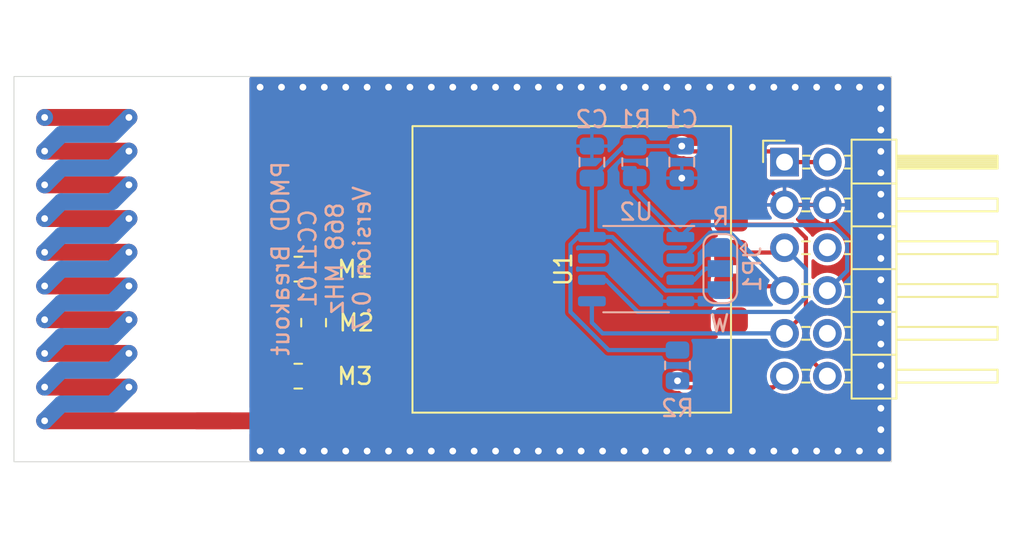
<source format=kicad_pcb>
(kicad_pcb (version 20221018) (generator pcbnew)
  (layers (0 "F.Cu" signal) (31 "B.Cu" signal) (34 "B.Paste" user) (35 "F.Paste" user) (36 "B.SilkS" user "B.Silkscreen") (37 "F.SilkS" user "F.Silkscreen") (38 "B.Mask" user) (39 "F.Mask" user) (44 "Edge.Cuts" user))
  (net 0 "")
  (net 1 "GND")
  (net 2 "INT")
  (net 3 "nRESET")
  (net 4 "nCS")
  (net 5 "SCK")
  (net 6 "MOSI")
  (net 7 "MISO")
  (net 8 "VCC")
  (net 10 "nCS2")
  (net 11 "Net-(AE1-A)")
  (net 13 "Net-(U1-ANT)")
  (net 14 "Net-(JP1-C)")
  (footprint "Connector_PinHeader_2.54mm:PinHeader_2x06_P2.54mm_Horizontal" (layer "F.Cu") (at 149.86 43.18)
    (fp_text reference "J1" hide)
    (fp_text value "Conn_02x06_Odd_Even")
    (fp_line (start -1.27 -1.27) (end 0 -1.27) (stroke (width 0.12)) (layer "F.SilkS"))
    (fp_line (start -1.27 0) (end -1.27 -1.27) (stroke (width 0.12)) (layer "F.SilkS"))
    (fp_line (start 1.042929 2.16) (end 1.497071 2.16) (stroke (width 0.12)) (layer "F.SilkS"))
    (fp_line (start 1.042929 2.92) (end 1.497071 2.92) (stroke (width 0.12)) (layer "F.SilkS"))
    (fp_line (start 1.042929 4.7) (end 1.497071 4.7) (stroke (width 0.12)) (layer "F.SilkS"))
    (fp_line (start 1.042929 5.46) (end 1.497071 5.46) (stroke (width 0.12)) (layer "F.SilkS"))
    (fp_line (start 1.042929 7.24) (end 1.497071 7.24) (stroke (width 0.12)) (layer "F.SilkS"))
    (fp_line (start 1.042929 8) (end 1.497071 8) (stroke (width 0.12)) (layer "F.SilkS"))
    (fp_line (start 1.042929 9.78) (end 1.497071 9.78) (stroke (width 0.12)) (layer "F.SilkS"))
    (fp_line (start 1.042929 10.54) (end 1.497071 10.54) (stroke (width 0.12)) (layer "F.SilkS"))
    (fp_line (start 1.042929 12.32) (end 1.497071 12.32) (stroke (width 0.12)) (layer "F.SilkS"))
    (fp_line (start 1.042929 13.08) (end 1.497071 13.08) (stroke (width 0.12)) (layer "F.SilkS"))
    (fp_line (start 1.11 -0.38) (end 1.497071 -0.38) (stroke (width 0.12)) (layer "F.SilkS"))
    (fp_line (start 1.11 0.38) (end 1.497071 0.38) (stroke (width 0.12)) (layer "F.SilkS"))
    (fp_line (start 3.582929 -0.38) (end 3.98 -0.38) (stroke (width 0.12)) (layer "F.SilkS"))
    (fp_line (start 3.582929 0.38) (end 3.98 0.38) (stroke (width 0.12)) (layer "F.SilkS"))
    (fp_line (start 3.582929 2.16) (end 3.98 2.16) (stroke (width 0.12)) (layer "F.SilkS"))
    (fp_line (start 3.582929 2.92) (end 3.98 2.92) (stroke (width 0.12)) (layer "F.SilkS"))
    (fp_line (start 3.582929 4.7) (end 3.98 4.7) (stroke (width 0.12)) (layer "F.SilkS"))
    (fp_line (start 3.582929 5.46) (end 3.98 5.46) (stroke (width 0.12)) (layer "F.SilkS"))
    (fp_line (start 3.582929 7.24) (end 3.98 7.24) (stroke (width 0.12)) (layer "F.SilkS"))
    (fp_line (start 3.582929 8) (end 3.98 8) (stroke (width 0.12)) (layer "F.SilkS"))
    (fp_line (start 3.582929 9.78) (end 3.98 9.78) (stroke (width 0.12)) (layer "F.SilkS"))
    (fp_line (start 3.582929 10.54) (end 3.98 10.54) (stroke (width 0.12)) (layer "F.SilkS"))
    (fp_line (start 3.582929 12.32) (end 3.98 12.32) (stroke (width 0.12)) (layer "F.SilkS"))
    (fp_line (start 3.582929 13.08) (end 3.98 13.08) (stroke (width 0.12)) (layer "F.SilkS"))
    (fp_line (start 3.98 -1.33) (end 3.98 14.03) (stroke (width 0.12)) (layer "F.SilkS"))
    (fp_line (start 3.98 1.27) (end 6.64 1.27) (stroke (width 0.12)) (layer "F.SilkS"))
    (fp_line (start 3.98 3.81) (end 6.64 3.81) (stroke (width 0.12)) (layer "F.SilkS"))
    (fp_line (start 3.98 6.35) (end 6.64 6.35) (stroke (width 0.12)) (layer "F.SilkS"))
    (fp_line (start 3.98 8.89) (end 6.64 8.89) (stroke (width 0.12)) (layer "F.SilkS"))
    (fp_line (start 3.98 11.43) (end 6.64 11.43) (stroke (width 0.12)) (layer "F.SilkS"))
    (fp_line (start 3.98 14.03) (end 6.64 14.03) (stroke (width 0.12)) (layer "F.SilkS"))
    (fp_line (start 6.64 -1.33) (end 3.98 -1.33) (stroke (width 0.12)) (layer "F.SilkS"))
    (fp_line (start 6.64 -0.38) (end 12.64 -0.38) (stroke (width 0.12)) (layer "F.SilkS"))
    (fp_line (start 6.64 -0.32) (end 12.64 -0.32) (stroke (width 0.12)) (layer "F.SilkS"))
    (fp_line (start 6.64 -0.2) (end 12.64 -0.2) (stroke (width 0.12)) (layer "F.SilkS"))
    (fp_line (start 6.64 -0.08) (end 12.64 -0.08) (stroke (width 0.12)) (layer "F.SilkS"))
    (fp_line (start 6.64 0.04) (end 12.64 0.04) (stroke (width 0.12)) (layer "F.SilkS"))
    (fp_line (start 6.64 0.16) (end 12.64 0.16) (stroke (width 0.12)) (layer "F.SilkS"))
    (fp_line (start 6.64 0.28) (end 12.64 0.28) (stroke (width 0.12)) (layer "F.SilkS"))
    (fp_line (start 6.64 2.16) (end 12.64 2.16) (stroke (width 0.12)) (layer "F.SilkS"))
    (fp_line (start 6.64 4.7) (end 12.64 4.7) (stroke (width 0.12)) (layer "F.SilkS"))
    (fp_line (start 6.64 7.24) (end 12.64 7.24) (stroke (width 0.12)) (layer "F.SilkS"))
    (fp_line (start 6.64 9.78) (end 12.64 9.78) (stroke (width 0.12)) (layer "F.SilkS"))
    (fp_line (start 6.64 12.32) (end 12.64 12.32) (stroke (width 0.12)) (layer "F.SilkS"))
    (fp_line (start 6.64 14.03) (end 6.64 -1.33) (stroke (width 0.12)) (layer "F.SilkS"))
    (fp_line (start 12.64 -0.38) (end 12.64 0.38) (stroke (width 0.12)) (layer "F.SilkS"))
    (fp_line (start 12.64 0.38) (end 6.64 0.38) (stroke (width 0.12)) (layer "F.SilkS"))
    (fp_line (start 12.64 2.16) (end 12.64 2.92) (stroke (width 0.12)) (layer "F.SilkS"))
    (fp_line (start 12.64 2.92) (end 6.64 2.92) (stroke (width 0.12)) (layer "F.SilkS"))
    (fp_line (start 12.64 4.7) (end 12.64 5.46) (stroke (width 0.12)) (layer "F.SilkS"))
    (fp_line (start 12.64 5.46) (end 6.64 5.46) (stroke (width 0.12)) (layer "F.SilkS"))
    (fp_line (start 12.64 7.24) (end 12.64 8) (stroke (width 0.12)) (layer "F.SilkS"))
    (fp_line (start 12.64 8) (end 6.64 8) (stroke (width 0.12)) (layer "F.SilkS"))
    (fp_line (start 12.64 9.78) (end 12.64 10.54) (stroke (width 0.12)) (layer "F.SilkS"))
    (fp_line (start 12.64 10.54) (end 6.64 10.54) (stroke (width 0.12)) (layer "F.SilkS"))
    (fp_line (start 12.64 12.32) (end 12.64 13.08) (stroke (width 0.12)) (layer "F.SilkS"))
    (fp_line (start 12.64 13.08) (end 6.64 13.08) (stroke (width 0.12)) (layer "F.SilkS"))
    (pad "1" thru_hole rect (at 0 0) (size 1.7 1.7) (drill 1) (layers "*.Cu" "*.Mask") (net 8 "VCC"))
    (pad "2" thru_hole oval (at 2.54 0) (size 1.7 1.7) (drill 1) (layers "*.Cu" "*.Mask") (net 8 "VCC"))
    (pad "3" thru_hole oval (at 0 2.54) (size 1.7 1.7) (drill 1) (layers "*.Cu" "*.Mask") (net 1 "GND"))
    (pad "4" thru_hole oval (at 2.54 2.54) (size 1.7 1.7) (drill 1) (layers "*.Cu" "*.Mask") (net 1 "GND"))
    (pad "5" thru_hole oval (at 0 5.08) (size 1.7 1.7) (drill 1) (layers "*.Cu" "*.Mask") (net 5 "SCK"))
    (pad "6" thru_hole oval (at 2.54 5.08) (size 1.7 1.7) (drill 1) (layers "*.Cu" "*.Mask"))
    (pad "7" thru_hole oval (at 0 7.62) (size 1.7 1.7) (drill 1) (layers "*.Cu" "*.Mask") (net 7 "MISO"))
    (pad "8" thru_hole oval (at 2.54 7.62) (size 1.7 1.7) (drill 1) (layers "*.Cu" "*.Mask") (net 10 "nCS2"))
    (pad "9" thru_hole oval (at 0 10.16) (size 1.7 1.7) (drill 1) (layers "*.Cu" "*.Mask") (net 6 "MOSI"))
    (pad "10" thru_hole oval (at 2.54 10.16) (size 1.7 1.7) (drill 1) (layers "*.Cu" "*.Mask") (net 3 "nRESET"))
    (pad "11" thru_hole oval (at 0 12.7) (size 1.7 1.7) (drill 1) (layers "*.Cu" "*.Mask") (net 4 "nCS"))
    (pad "12" thru_hole oval (at 2.54 12.7) (size 1.7 1.7) (drill 1) (layers "*.Cu" "*.Mask") (net 2 "INT"))
  )
  (footprint "Resistor_SMD:R_0805_2012Metric" (layer "F.Cu") (at 121.0075 55.88 180)
    (fp_text reference "M3" (at -3.365 0) (layer "F.SilkS"))
    (fp_text value "12 nH")
    (fp_line (start -0.227064 -0.735) (end 0.227064 -0.735) (stroke (width 0.12)) (layer "F.SilkS"))
    (fp_line (start -0.227064 0.735) (end 0.227064 0.735) (stroke (width 0.12)) (layer "F.SilkS"))
    (pad "1" smd roundrect (at -0.9125 0 180) (size 1.025 1.4) (layers "F.Cu" "F.Paste" "F.Mask") (roundrect_rratio 0.243902439) (net 11 "Net-(AE1-A)"))
    (pad "2" smd roundrect (at 0.9125 0 180) (size 1.025 1.4) (layers "F.Cu" "F.Paste" "F.Mask") (roundrect_rratio 0.243902439) (net 1 "GND"))
  )
  (footprint "AvS_Modules:CC1101_MOD" (layer "F.Cu") (at 137.235 49.545 90)
    (fp_text reference "U1" (at 0 -0.5 90 unlocked) (layer "F.SilkS"))
    (fp_text value "C1101_MOD")
    (fp_rect (start -8.5 -9.45) (end 8.5 9.45) (stroke (width 0.12)) (fill none) (layer "F.SilkS"))
    (pad "1" smd roundrect (at 7 9.45 90) (size 1.5 2) (layers "F.Cu" "F.Paste" "F.Mask") (net 8 "VCC"))
    (pad "2" smd roundrect (at 5 9.45 90) (size 1.5 2) (layers "F.Cu" "F.Paste" "F.Mask") (net 1 "GND"))
    (pad "3" smd roundrect (at 3 9.45 90) (size 1.5 2) (layers "F.Cu" "F.Paste" "F.Mask") (net 6 "MOSI"))
    (pad "4" smd roundrect (at 1 9.45 90) (size 1.5 2) (layers "F.Cu" "F.Paste" "F.Mask") (net 5 "SCK"))
    (pad "5" smd roundrect (at -1 9.45 90) (size 1.5 2) (layers "F.Cu" "F.Paste" "F.Mask") (net 7 "MISO"))
    (pad "6" smd roundrect (at -3 9.45 90) (size 1.5 2) (layers "F.Cu" "F.Paste" "F.Mask"))
    (pad "7" smd roundrect (at -5 9.45 90) (size 1.5 2) (layers "F.Cu" "F.Paste" "F.Mask") (net 2 "INT"))
    (pad "8" smd roundrect (at -7 9.45 90) (size 1.5 2) (layers "F.Cu" "F.Paste" "F.Mask") (net 4 "nCS"))
    (pad "9" smd roundrect (at -1 -9.45 90) (size 1.5 2) (layers "F.Cu" "F.Paste" "F.Mask") (net 1 "GND"))
    (pad "10" smd roundrect (at 1 -9.45 90) (size 1.5 2) (layers "F.Cu" "F.Paste" "F.Mask") (net 13 "Net-(U1-ANT)"))
    (pad "11" smd roundrect (at 3 -9.45 90) (size 1.5 2) (layers "F.Cu" "F.Paste" "F.Mask") (net 1 "GND"))
  )
  (footprint "Resistor_SMD:R_0805_2012Metric" (layer "F.Cu") (at 121.0075 49.53 180)
    (fp_text reference "M1" (at -3.365 0) (layer "F.SilkS"))
    (fp_text value "DNP")
    (fp_line (start -0.227064 -0.735) (end 0.227064 -0.735) (stroke (width 0.12)) (layer "F.SilkS"))
    (fp_line (start -0.227064 0.735) (end 0.227064 0.735) (stroke (width 0.12)) (layer "F.SilkS"))
    (pad "1" smd roundrect (at -0.9125 0 180) (size 1.025 1.4) (layers "F.Cu" "F.Paste" "F.Mask") (roundrect_rratio 0.243902439) (net 13 "Net-(U1-ANT)"))
    (pad "2" smd roundrect (at 0.9125 0 180) (size 1.025 1.4) (layers "F.Cu" "F.Paste" "F.Mask") (roundrect_rratio 0.243902439) (net 1 "GND"))
  )
  (footprint "Resistor_SMD:R_0805_2012Metric" (layer "F.Cu") (at 121.92 52.705 -90)
    (fp_text reference "M2" (at 0 -2.54) (layer "F.SilkS"))
    (fp_text value "1 pF")
    (fp_line (start -0.227064 -0.735) (end 0.227064 -0.735) (stroke (width 0.12)) (layer "F.SilkS"))
    (fp_line (start -0.227064 0.735) (end 0.227064 0.735) (stroke (width 0.12)) (layer "F.SilkS"))
    (pad "1" smd roundrect (at -0.9125 0 270) (size 1.025 1.4) (layers "F.Cu" "F.Paste" "F.Mask") (roundrect_rratio 0.243902439) (net 13 "Net-(U1-ANT)"))
    (pad "2" smd roundrect (at 0.9125 0 270) (size 1.025 1.4) (layers "F.Cu" "F.Paste" "F.Mask") (roundrect_rratio 0.243902439) (net 11 "Net-(AE1-A)"))
  )
  (footprint "RF_Antenna:Texas_SWRA416_868MHz_915MHz" (layer "F.Cu") (at 111.76 49.53 90)
    (fp_text reference "AE1" hide)
    (fp_text value "Antenna")
    (fp_line (start -9 5.2) (end -9 -5.8) (stroke (width 1)) (layer "F.Cu"))
    (fp_line (start -7 -5.8) (end -7 -0.8) (stroke (width 1)) (layer "F.Cu"))
    (fp_line (start -5 -5.8) (end -5 -0.8) (stroke (width 1)) (layer "F.Cu"))
    (fp_line (start -3 -5.8) (end -3 -0.8) (stroke (width 1)) (layer "F.Cu"))
    (fp_line (start -1 -5.8) (end -1 -0.8) (stroke (width 1)) (layer "F.Cu"))
    (fp_line (start 1 -5.8) (end 1 -0.8) (stroke (width 1)) (layer "F.Cu"))
    (fp_line (start 3 -5.8) (end 3 -0.8) (stroke (width 1)) (layer "F.Cu"))
    (fp_line (start 5 -5.8) (end 5 -0.8) (stroke (width 1)) (layer "F.Cu"))
    (fp_line (start 7 -5.8) (end 7 -0.8) (stroke (width 1)) (layer "F.Cu"))
    (fp_line (start 9 -5.8) (end 9 -0.8) (stroke (width 1)) (layer "F.Cu"))
    (fp_line (start -9 -5.8) (end -8 -4.8) (stroke (width 1)) (layer "B.Cu"))
    (fp_line (start -8 -4.8) (end -8 -1.8) (stroke (width 1)) (layer "B.Cu"))
    (fp_line (start -8 -1.8) (end -7 -0.8) (stroke (width 1)) (layer "B.Cu"))
    (fp_line (start -7 -5.8) (end -6 -4.8) (stroke (width 1)) (layer "B.Cu"))
    (fp_line (start -6 -4.8) (end -6 -1.8) (stroke (width 1)) (layer "B.Cu"))
    (fp_line (start -6 -1.8) (end -5 -0.8) (stroke (width 1)) (layer "B.Cu"))
    (fp_line (start -5 -5.8) (end -4 -4.8) (stroke (width 1)) (layer "B.Cu"))
    (fp_line (start -4 -4.8) (end -4 -1.8) (stroke (width 1)) (layer "B.Cu"))
    (fp_line (start -4 -1.8) (end -3 -0.8) (stroke (width 1)) (layer "B.Cu"))
    (fp_line (start -3 -5.8) (end -2 -4.8) (stroke (width 1)) (layer "B.Cu"))
    (fp_line (start -2 -4.8) (end -2 -1.8) (stroke (width 1)) (layer "B.Cu"))
    (fp_line (start -2 -1.8) (end -1 -0.8) (stroke (width 1)) (layer "B.Cu"))
    (fp_line (start -1 -5.8) (end 0 -4.8) (stroke (width 1)) (layer "B.Cu"))
    (fp_line (start 0 -4.8) (end 0 -1.8) (stroke (width 1)) (layer "B.Cu"))
    (fp_line (start 0 -1.8) (end 1 -0.8) (stroke (width 1)) (layer "B.Cu"))
    (fp_line (start 1 -5.8) (end 2 -4.8) (stroke (width 1)) (layer "B.Cu"))
    (fp_line (start 2 -4.8) (end 2 -1.8) (stroke (width 1)) (layer "B.Cu"))
    (fp_line (start 2 -1.8) (end 3 -0.8) (stroke (width 1)) (layer "B.Cu"))
    (fp_line (start 3 -5.8) (end 4 -4.8) (stroke (width 1)) (layer "B.Cu"))
    (fp_line (start 4 -4.8) (end 4 -1.8) (stroke (width 1)) (layer "B.Cu"))
    (fp_line (start 4 -1.8) (end 5 -0.8) (stroke (width 1)) (layer "B.Cu"))
    (fp_line (start 5 -5.8) (end 6 -4.8) (stroke (width 1)) (layer "B.Cu"))
    (fp_line (start 6 -4.8) (end 6 -1.8) (stroke (width 1)) (layer "B.Cu"))
    (fp_line (start 6 -1.8) (end 7 -0.8) (stroke (width 1)) (layer "B.Cu"))
    (fp_line (start 7 -5.8) (end 8 -4.8) (stroke (width 1)) (layer "B.Cu"))
    (fp_line (start 8 -4.8) (end 8 -1.8) (stroke (width 1)) (layer "B.Cu"))
    (fp_line (start 8 -1.8) (end 9 -0.8) (stroke (width 1)) (layer "B.Cu"))
    (pad "" thru_hole circle (at -9 -5.8 270) (size 1 1) (drill 0.4) (layers "*.Cu"))
    (pad "" thru_hole circle (at -7 -5.8 270) (size 1 1) (drill 0.4) (layers "*.Cu"))
    (pad "" thru_hole circle (at -7 -0.8 270) (size 1 1) (drill 0.4) (layers "*.Cu"))
    (pad "" thru_hole circle (at -5 -5.8 270) (size 1 1) (drill 0.4) (layers "*.Cu"))
    (pad "" thru_hole circle (at -5 -0.8 270) (size 1 1) (drill 0.4) (layers "*.Cu"))
    (pad "" thru_hole circle (at -3 -5.8 270) (size 1 1) (drill 0.4) (layers "*.Cu"))
    (pad "" thru_hole circle (at -3 -0.8 270) (size 1 1) (drill 0.4) (layers "*.Cu"))
    (pad "" thru_hole circle (at -1 -5.8 270) (size 1 1) (drill 0.4) (layers "*.Cu"))
    (pad "" thru_hole circle (at -1 -0.8 270) (size 1 1) (drill 0.4) (layers "*.Cu"))
    (pad "" thru_hole circle (at 1 -5.8 270) (size 1 1) (drill 0.4) (layers "*.Cu"))
    (pad "" thru_hole circle (at 1 -0.8 270) (size 1 1) (drill 0.4) (layers "*.Cu"))
    (pad "" thru_hole circle (at 3 -5.8 270) (size 1 1) (drill 0.4) (layers "*.Cu"))
    (pad "" thru_hole circle (at 3 -0.8 270) (size 1 1) (drill 0.4) (layers "*.Cu"))
    (pad "" thru_hole circle (at 5 -5.8 270) (size 1 1) (drill 0.4) (layers "*.Cu"))
    (pad "" thru_hole circle (at 5 -0.8 270) (size 1 1) (drill 0.4) (layers "*.Cu"))
    (pad "" thru_hole circle (at 7 -5.8 270) (size 1 1) (drill 0.4) (layers "*.Cu"))
    (pad "" thru_hole circle (at 7 -0.8 270) (size 1 1) (drill 0.4) (layers "*.Cu"))
    (pad "" thru_hole circle (at 9 -5.8 270) (size 1 1) (drill 0.4) (layers "*.Cu"))
    (pad "" thru_hole circle (at 9 -0.8 270) (size 1 1) (drill 0.4) (layers "*.Cu"))
    (pad "1" smd trapezoid (at -9 5.9 270) (size 0.4 0.8) (rect_delta 0 0.3) (layers "F.Cu") (net 11 "Net-(AE1-A)"))
    (zone (net 0) (net_name "") (layer "F.Cu") (connect_pads (clearance 0)) (min_thickness 0.254)
      (keepout (tracks allowed) (vias allowed) (pads allowed) (copperpour not_allowed) (footprints not_allowed))
      (fill (thermal_gap 0.508) (thermal_bridge_width 0.508))
      (polygon (pts (xy 117.46 59.23) (xy 117.46 39.83) (xy 105.26 39.83) (xy 105.26 59.23)))
    )
  )
  (footprint "Jumper:SolderJumper-3_P1.3mm_Open_RoundedPad1.0x1.5mm" (layer "B.Cu") (at 146.05 49.5 -90)
    (fp_text reference "JP1" (at 0.03 -1.905 90) (layer "B.SilkS") (effects (justify mirror)))
    (fp_text value "SolderJumper_3_Open")
    (fp_line (start -2.05 -0.3) (end -2.05 0.3) (stroke (width 0.12)) (layer "B.SilkS"))
    (fp_line (start -1.5 -1.5) (end -0.9 -1.5) (stroke (width 0.12)) (layer "B.SilkS"))
    (fp_line (start -1.4 1) (end 1.4 1) (stroke (width 0.12)) (layer "B.SilkS"))
    (fp_line (start -1.2 -1.2) (end -1.5 -1.5) (stroke (width 0.12)) (layer "B.SilkS"))
    (fp_line (start -1.2 -1.2) (end -0.9 -1.5) (stroke (width 0.12)) (layer "B.SilkS"))
    (fp_line (start 1.4 -1) (end -1.4 -1) (stroke (width 0.12)) (layer "B.SilkS"))
    (fp_line (start 2.05 0.3) (end 2.05 -0.3) (stroke (width 0.12)) (layer "B.SilkS"))
    (fp_arc (start -2.05 -0.3) (mid -1.844975 -0.794975) (end -1.35 -1) (stroke (width 0.12)) (layer "B.SilkS"))
    (fp_arc (start -1.35 1) (mid -1.844975 0.794975) (end -2.05 0.3) (stroke (width 0.12)) (layer "B.SilkS"))
    (fp_arc (start 1.35 -1) (mid 1.844975 -0.794975) (end 2.05 -0.3) (stroke (width 0.12)) (layer "B.SilkS"))
    (fp_arc (start 2.05 0.3) (mid 1.844975 0.794975) (end 1.35 1) (stroke (width 0.12)) (layer "B.SilkS"))
    (pad "1" smd custom (at -1.3 0 270) (size 1 0.5) (layers "B.Cu" "B.Mask") (net 1 "GND") (options (clearance outline) (anchor rect)) (primitives (gr_circle (center 0 -0.25) (end 0.5 -0.25) (width 0) (fill yes)) (gr_circle (center 0 0.25) (end 0.5 0.25) (width 0) (fill yes)) (gr_poly (pts (xy 0.55 -0.75) (xy 0 -0.75) (xy 0 0.75) (xy 0.55 0.75)) (width 0) (fill yes))))
    (pad "2" smd rect (at 0 0 270) (size 1 1.5) (layers "B.Cu" "B.Mask") (net 14 "Net-(JP1-C)"))
    (pad "3" smd custom (at 1.3 0 270) (size 1 0.5) (layers "B.Cu" "B.Mask") (net 8 "VCC") (options (clearance outline) (anchor rect)) (primitives (gr_circle (center 0 -0.25) (end 0.5 -0.25) (width 0) (fill yes)) (gr_circle (center 0 0.25) (end 0.5 0.25) (width 0) (fill yes)) (gr_poly (pts (xy 0 -0.75) (xy -0.55 -0.75) (xy -0.55 0.75) (xy 0 0.75)) (width 0) (fill yes))))
  )
  (footprint "Capacitor_SMD:C_0805_2012Metric" (layer "B.Cu") (at 143.764 43.18 -90)
    (fp_text reference "C1" (at -2.54 0) (layer "B.SilkS") (effects (justify mirror)))
    (fp_text value "C_Small")
    (fp_line (start -0.261252 -0.735) (end 0.261252 -0.735) (stroke (width 0.12)) (layer "B.SilkS"))
    (fp_line (start -0.261252 0.735) (end 0.261252 0.735) (stroke (width 0.12)) (layer "B.SilkS"))
    (pad "1" smd roundrect (at -0.95 0 270) (size 1 1.45) (layers "B.Cu" "B.Paste" "B.Mask") (net 8 "VCC"))
    (pad "2" smd roundrect (at 0.95 0 270) (size 1 1.45) (layers "B.Cu" "B.Paste" "B.Mask") (net 1 "GND"))
  )
  (footprint "Resistor_SMD:R_0805_2012Metric" (layer "B.Cu") (at 143.51 55.245 -90)
    (fp_text reference "R2" (at 2.54 0 -180) (layer "B.SilkS") (effects (justify mirror)))
    (fp_text value "R_Small")
    (fp_line (start -0.227064 -0.735) (end 0.227064 -0.735) (stroke (width 0.12)) (layer "B.SilkS"))
    (fp_line (start -0.227064 0.735) (end 0.227064 0.735) (stroke (width 0.12)) (layer "B.SilkS"))
    (pad "1" smd roundrect (at -0.9125 0 270) (size 1.025 1.4) (layers "B.Cu" "B.Paste" "B.Mask") (roundrect_rratio 0.243902439) (net 8 "VCC"))
    (pad "2" smd roundrect (at 0.9125 0 270) (size 1.025 1.4) (layers "B.Cu" "B.Paste" "B.Mask") (roundrect_rratio 0.243902439) (net 4 "nCS"))
  )
  (footprint "Resistor_SMD:R_0805_2012Metric" (layer "B.Cu") (at 140.97 43.18 -90)
    (fp_text reference "R1" (at -2.54 0 -180) (layer "B.SilkS") (effects (justify mirror)))
    (fp_text value "R_Small")
    (fp_line (start -0.227064 -0.735) (end 0.227064 -0.735) (stroke (width 0.12)) (layer "B.SilkS"))
    (fp_line (start -0.227064 0.735) (end 0.227064 0.735) (stroke (width 0.12)) (layer "B.SilkS"))
    (pad "1" smd roundrect (at -0.9125 0 270) (size 1.025 1.4) (layers "B.Cu" "B.Paste" "B.Mask") (roundrect_rratio 0.243902439) (net 8 "VCC"))
    (pad "2" smd roundrect (at 0.9125 0 270) (size 1.025 1.4) (layers "B.Cu" "B.Paste" "B.Mask") (roundrect_rratio 0.243902439) (net 10 "nCS2"))
  )
  (footprint "Capacitor_SMD:C_0805_2012Metric" (layer "B.Cu") (at 138.43 43.18 90)
    (fp_text reference "C2" (at 2.54 0 180) (layer "B.SilkS") (effects (justify mirror)))
    (fp_text value "C_Small")
    (fp_line (start -0.261252 -0.735) (end 0.261252 -0.735) (stroke (width 0.12)) (layer "B.SilkS"))
    (fp_line (start -0.261252 0.735) (end 0.261252 0.735) (stroke (width 0.12)) (layer "B.SilkS"))
    (pad "1" smd roundrect (at -0.95 0 90) (size 1 1.45) (layers "B.Cu" "B.Paste" "B.Mask") (net 8 "VCC"))
    (pad "2" smd roundrect (at 0.95 0 90) (size 1 1.45) (layers "B.Cu" "B.Paste" "B.Mask") (net 1 "GND"))
  )
  (footprint "Package_SO:SOP-8_3.9x4.9mm_P1.27mm" (layer "B.Cu") (at 141.055 49.53 180)
    (fp_text reference "U2" (at 0 3.4) (layer "B.SilkS") (effects (justify mirror)))
    (fp_text value "SPI FLASH")
    (fp_line (start 0 -2.56) (end -1.95 -2.56) (stroke (width 0.12)) (layer "B.SilkS"))
    (fp_line (start 0 -2.56) (end 1.95 -2.56) (stroke (width 0.12)) (layer "B.SilkS"))
    (fp_line (start 0 2.56) (end -3.45 2.56) (stroke (width 0.12)) (layer "B.SilkS"))
    (fp_line (start 0 2.56) (end 1.95 2.56) (stroke (width 0.12)) (layer "B.SilkS"))
    (pad "1" smd roundrect (at -2.625 1.905 180) (size 1.65 0.6) (layers "B.Cu" "B.Paste" "B.Mask") (net 10 "nCS2"))
    (pad "2" smd roundrect (at -2.625 0.635 180) (size 1.65 0.6) (layers "B.Cu" "B.Paste" "B.Mask") (net 7 "MISO"))
    (pad "3" smd roundrect (at -2.625 -0.635 180) (size 1.65 0.6) (layers "B.Cu" "B.Paste" "B.Mask") (net 14 "Net-(JP1-C)"))
    (pad "4" smd roundrect (at -2.625 -1.905 180) (size 1.65 0.6) (layers "B.Cu" "B.Paste" "B.Mask") (net 1 "GND"))
    (pad "5" smd roundrect (at 2.625 -1.905 180) (size 1.65 0.6) (layers "B.Cu" "B.Paste" "B.Mask") (net 6 "MOSI"))
    (pad "6" smd roundrect (at 2.625 -0.635 180) (size 1.65 0.6) (layers "B.Cu" "B.Paste" "B.Mask") (net 5 "SCK"))
    (pad "7" smd roundrect (at 2.625 0.635 180) (size 1.65 0.6) (layers "B.Cu" "B.Paste" "B.Mask"))
    (pad "8" smd roundrect (at 2.625 1.905 180) (size 1.65 0.6) (layers "B.Cu" "B.Paste" "B.Mask") (net 8 "VCC"))
  )
  (gr_rect (start 104.14 38.1) (end 156.21 60.96) (stroke (width 0.05)) (fill none) (layer "Edge.Cuts"))
  (gr_text "PMOD Breakout\nCC1101\n868 MHz\nVersion 0.7" (at 119.38 48.895 90) (layer "B.SilkS") (effects (font (size 1 1)) (justify top mirror)))
  (gr_text "W" (at 146.685 53.34) (layer "B.SilkS") (effects (font (size 1 1)) (justify left bottom mirror)))
  (gr_text "R" (at 146.685 46.99) (layer "B.SilkS") (effects (font (size 1 1)) (justify left bottom mirror)))
  (segment (start 146.685 44.545) (end 144.179 44.545) (width 0.25) (layer "F.Cu") (net 1))
  (segment (start 149.86 45.72) (end 152.4 45.72) (width 0.25) (layer "F.Cu") (net 1))
  (segment (start 144.179 44.545) (end 143.764 44.13) (width 0.25) (layer "F.Cu") (net 1))
  (segment (start 146.685 44.545) (end 148.685 44.545) (width 0.25) (layer "F.Cu") (net 1))
  (segment (start 148.685 44.545) (end 149.86 45.72) (width 0.25) (layer "F.Cu") (net 1))
  (via (at 142.875 38.735) (size 0.8) (drill 0.4) (layers "F.Cu" "B.Cu") (net 1))
  (via (at 155.575 40.005) (size 0.8) (drill 0.4) (layers "F.Cu" "B.Cu") (net 1))
  (via (at 154.305 60.325) (size 0.8) (drill 0.4) (layers "F.Cu" "B.Cu") (net 1))
  (via (at 155.575 56.515) (size 0.8) (drill 0.4) (layers "F.Cu" "B.Cu") (net 1))
  (via (at 128.905 60.325) (size 0.8) (drill 0.4) (layers "F.Cu" "B.Cu") (net 1))
  (via (at 123.825 60.325) (size 0.8) (drill 0.4) (layers "F.Cu" "B.Cu") (net 1))
  (via (at 155.575 55.245) (size 0.8) (drill 0.4) (layers "F.Cu" "B.Cu") (net 1))
  (via (at 126.365 38.735) (size 0.8) (drill 0.4) (layers "F.Cu" "B.Cu") (net 1))
  (via (at 155.575 41.275) (size 0.8) (drill 0.4) (layers "F.Cu" "B.Cu") (net 1))
  (via (at 130.175 38.735) (size 0.8) (drill 0.4) (layers "F.Cu" "B.Cu") (net 1))
  (via (at 135.255 38.735) (size 0.8) (drill 0.4) (layers "F.Cu" "B.Cu") (net 1))
  (via (at 132.715 60.325) (size 0.8) (drill 0.4) (layers "F.Cu" "B.Cu") (net 1))
  (via (at 149.225 60.325) (size 0.8) (drill 0.4) (layers "F.Cu" "B.Cu") (net 1))
  (via (at 128.905 38.735) (size 0.8) (drill 0.4) (layers "F.Cu" "B.Cu") (net 1))
  (via (at 155.575 57.785) (size 0.8) (drill 0.4) (layers "F.Cu" "B.Cu") (net 1))
  (via (at 139.065 60.325) (size 0.8) (drill 0.4) (layers "F.Cu" "B.Cu") (net 1))
  (via (at 126.365 60.325) (size 0.8) (drill 0.4) (layers "F.Cu" "B.Cu") (net 1))
  (via (at 144.145 38.735) (size 0.8) (drill 0.4) (layers "F.Cu" "B.Cu") (net 1))
  (via (at 150.495 38.735) (size 0.8) (drill 0.4) (layers "F.Cu" "B.Cu") (net 1))
  (via (at 132.715 38.735) (size 0.8) (drill 0.4) (layers "F.Cu" "B.Cu") (net 1))
  (via (at 131.445 60.325) (size 0.8) (drill 0.4) (layers "F.Cu" "B.Cu") (net 1))
  (via (at 155.575 59.055) (size 0.8) (drill 0.4) (layers "F.Cu" "B.Cu") (net 1))
  (via (at 151.765 60.325) (size 0.8) (drill 0.4) (layers "F.Cu" "B.Cu") (net 1))
  (via (at 137.795 60.325) (size 0.8) (drill 0.4) (layers "F.Cu" "B.Cu") (net 1))
  (via (at 122.555 38.735) (size 0.8) (drill 0.4) (layers "F.Cu" "B.Cu") (net 1))
  (via (at 155.575 38.735) (size 0.8) (drill 0.4) (layers "F.Cu" "B.Cu") (net 1))
  (via (at 121.285 60.325) (size 0.8) (drill 0.4) (layers "F.Cu" "B.Cu") (net 1))
  (via (at 153.035 60.325) (size 0.8) (drill 0.4) (layers "F.Cu" "B.Cu") (net 1))
  (via (at 145.415 38.735) (size 0.8) (drill 0.4) (layers "F.Cu" "B.Cu") (net 1))
  (via (at 154.305 38.735) (size 0.8) (drill 0.4) (layers "F.Cu" "B.Cu") (net 1))
  (via (at 127.635 38.735) (size 0.8) (drill 0.4) (layers "F.Cu" "B.Cu") (net 1))
  (via (at 133.985 60.325) (size 0.8) (drill 0.4) (layers "F.Cu" "B.Cu") (net 1))
  (via (at 155.575 43.815) (size 0.8) (drill 0.4) (layers "F.Cu" "B.Cu") (net 1))
  (via (at 144.145 60.325) (size 0.8) (drill 0.4) (layers "F.Cu" "B.Cu") (net 1))
  (via (at 155.575 45.085) (size 0.8) (drill 0.4) (layers "F.Cu" "B.Cu") (net 1))
  (via (at 127.635 60.325) (size 0.8) (drill 0.4) (layers "F.Cu" "B.Cu") (net 1))
  (via (at 155.575 53.975) (size 0.8) (drill 0.4) (layers "F.Cu" "B.Cu") (net 1))
  (via (at 155.575 51.435) (size 0.8) (drill 0.4) (layers "F.Cu" "B.Cu") (net 1))
  (via (at 125.095 38.735) (size 0.8) (drill 0.4) (layers "F.Cu" "B.Cu") (net 1))
  (via (at 150.495 60.325) (size 0.8) (drill 0.4) (layers "F.Cu" "B.Cu") (net 1))
  (via (at 155.575 42.545) (size 0.8) (drill 0.4) (layers "F.Cu" "B.Cu") (net 1))
  (via (at 122.555 60.325) (size 0.8) (drill 0.4) (layers "F.Cu" "B.Cu") (net 1))
  (via (at 151.765 38.735) (size 0.8) (drill 0.4) (layers "F.Cu" "B.Cu") (net 1))
  (via (at 137.795 38.735) (size 0.8) (drill 0.4) (layers "F.Cu" "B.Cu") (net 1))
  (via (at 121.285 38.735) (size 0.8) (drill 0.4) (layers "F.Cu" "B.Cu") (net 1))
  (via (at 153.035 38.735) (size 0.8) (drill 0.4) (layers "F.Cu" "B.Cu") (net 1))
  (via (at 155.575 52.705) (size 0.8) (drill 0.4) (layers "F.Cu" "B.Cu") (net 1))
  (via (at 125.095 60.325) (size 0.8) (drill 0.4) (layers "F.Cu" "B.Cu") (net 1))
  (via (at 142.875 60.325) (size 0.8) (drill 0.4) (layers "F.Cu" "B.Cu") (net 1))
  (via (at 120.015 38.735) (size 0.8) (drill 0.4) (layers "F.Cu" "B.Cu") (net 1))
  (via (at 140.335 60.325) (size 0.8) (drill 0.4) (layers "F.Cu" "B.Cu") (net 1))
  (via (at 130.175 60.325) (size 0.8) (drill 0.4) (layers "F.Cu" "B.Cu") (net 1))
  (via (at 149.225 38.735) (size 0.8) (drill 0.4) (layers "F.Cu" "B.Cu") (net 1))
  (via (at 118.745 38.735) (size 0.8) (drill 0.4) (layers "F.Cu" "B.Cu") (net 1))
  (via (at 155.575 50.165) (size 0.8) (drill 0.4) (layers "F.Cu" "B.Cu") (net 1))
  (via (at 155.575 47.625) (size 0.8) (drill 0.4) (layers "F.Cu" "B.Cu") (net 1))
  (via (at 146.685 38.735) (size 0.8) (drill 0.4) (layers "F.Cu" "B.Cu") (net 1))
  (via (at 118.745 60.325) (size 0.8) (drill 0.4) (layers "F.Cu" "B.Cu") (net 1))
  (via (at 146.685 60.325) (size 0.8) (drill 0.4) (layers "F.Cu" "B.Cu") (net 1))
  (via (at 155.575 46.355) (size 0.8) (drill 0.4) (layers "F.Cu" "B.Cu") (net 1))
  (via (at 135.255 60.325) (size 0.8) (drill 0.4) (layers "F.Cu" "B.Cu") (net 1))
  (via (at 141.605 60.325) (size 0.8) (drill 0.4) (layers "F.Cu" "B.Cu") (net 1))
  (via (at 155.575 60.325) (size 0.8) (drill 0.4) (layers "F.Cu" "B.Cu") (net 1))
  (via (at 143.764 44.13) (size 0.8) (drill 0.4) (layers "F.Cu" "B.Cu") (net 1))
  (via (at 136.525 38.735) (size 0.8) (drill 0.4) (layers "F.Cu" "B.Cu") (net 1))
  (via (at 133.985 38.735) (size 0.8) (drill 0.4) (layers "F.Cu" "B.Cu") (net 1))
  (via (at 155.575 48.895) (size 0.8) (drill 0.4) (layers "F.Cu" "B.Cu") (net 1))
  (via (at 139.065 38.735) (size 0.8) (drill 0.4) (layers "F.Cu" "B.Cu") (net 1))
  (via (at 120.015 60.325) (size 0.8) (drill 0.4) (layers "F.Cu" "B.Cu") (net 1))
  (via (at 123.825 38.735) (size 0.8) (drill 0.4) (layers "F.Cu" "B.Cu") (net 1))
  (via (at 145.415 60.325) (size 0.8) (drill 0.4) (layers "F.Cu" "B.Cu") (net 1))
  (via (at 141.605 38.735) (size 0.8) (drill 0.4) (layers "F.Cu" "B.Cu") (net 1))
  (via (at 147.955 38.735) (size 0.8) (drill 0.4) (layers "F.Cu" "B.Cu") (net 1))
  (via (at 147.955 60.325) (size 0.8) (drill 0.4) (layers "F.Cu" "B.Cu") (net 1))
  (via (at 136.525 60.325) (size 0.8) (drill 0.4) (layers "F.Cu" "B.Cu") (net 1))
  (via (at 140.335 38.735) (size 0.8) (drill 0.4) (layers "F.Cu" "B.Cu") (net 1))
  (via (at 131.445 38.735) (size 0.8) (drill 0.4) (layers "F.Cu" "B.Cu") (net 1))
  (segment (start 151.065 54.545) (end 152.4 55.88) (width 0.25) (layer "F.Cu") (net 2))
  (segment (start 146.685 54.545) (end 151.065 54.545) (width 0.25) (layer "F.Cu") (net 2))
  (segment (start 146.685 56.545) (end 149.195 56.545) (width 0.25) (layer "F.Cu") (net 4))
  (segment (start 146.685 56.545) (end 143.8975 56.545) (width 0.25) (layer "F.Cu") (net 4))
  (segment (start 149.195 56.545) (end 149.86 55.88) (width 0.25) (layer "F.Cu") (net 4))
  (segment (start 143.8975 56.545) (end 143.51 56.1575) (width 0.25) (layer "F.Cu") (net 4))
  (via (at 143.51 56.1575) (size 0.8) (drill 0.4) (layers "F.Cu" "B.Cu") (net 4))
  (segment (start 149.575 48.545) (end 149.86 48.26) (width 0.25) (layer "F.Cu") (net 5))
  (segment (start 146.685 48.545) (end 149.575 48.545) (width 0.25) (layer "F.Cu") (net 5))
  (segment (start 150.251701 52.07) (end 151.13 51.191701) (width 0.25) (layer "B.Cu") (net 5))
  (segment (start 141.159999 52.07) (end 150.251701 52.07) (width 0.25) (layer "B.Cu") (net 5))
  (segment (start 138.43 50.165) (end 139.254999 50.165) (width 0.25) (layer "B.Cu") (net 5))
  (segment (start 151.13 49.53) (end 149.86 48.26) (width 0.25) (layer "B.Cu") (net 5))
  (segment (start 151.13 51.191701) (end 151.13 49.53) (width 0.25) (layer "B.Cu") (net 5))
  (segment (start 139.254999 50.165) (end 141.159999 52.07) (width 0.25) (layer "B.Cu") (net 5))
  (segment (start 150.346701 46.895) (end 151.13 47.678299) (width 0.25) (layer "F.Cu") (net 6))
  (segment (start 151.13 52.07) (end 149.86 53.34) (width 0.25) (layer "F.Cu") (net 6))
  (segment (start 146.685 46.545) (end 147.035 46.895) (width 0.25) (layer "F.Cu") (net 6))
  (segment (start 147.035 46.895) (end 150.346701 46.895) (width 0.25) (layer "F.Cu") (net 6))
  (segment (start 151.13 47.678299) (end 151.13 52.07) (width 0.25) (layer "F.Cu") (net 6))
  (segment (start 139.065 53.34) (end 138.43 52.705) (width 0.25) (layer "B.Cu") (net 6))
  (segment (start 138.43 52.705) (end 138.43 51.435) (width 0.25) (layer "B.Cu") (net 6))
  (segment (start 149.86 53.34) (end 139.065 53.34) (width 0.25) (layer "B.Cu") (net 6))
  (segment (start 149.605 50.545) (end 149.86 50.8) (width 0.25) (layer "F.Cu") (net 7))
  (segment (start 146.685 50.545) (end 149.605 50.545) (width 0.25) (layer "F.Cu") (net 7))
  (segment (start 149.86 50.58782) (end 149.86 50.8) (width 0.25) (layer "B.Cu") (net 7))
  (segment (start 143.910908 48.895) (end 145.43605 47.369858) (width 0.25) (layer "B.Cu") (net 7))
  (segment (start 146.642038 47.369858) (end 149.86 50.58782) (width 0.25) (layer "B.Cu") (net 7))
  (segment (start 145.43605 47.369858) (end 146.642038 47.369858) (width 0.25) (layer "B.Cu") (net 7))
  (segment (start 143.68 48.895) (end 143.910908 48.895) (width 0.25) (layer "B.Cu") (net 7))
  (segment (start 152.4 43.18) (end 149.86 43.18) (width 0.25) (layer "F.Cu") (net 8))
  (segment (start 149.225 42.545) (end 149.86 43.18) (width 0.25) (layer "F.Cu") (net 8))
  (segment (start 144.079 42.545) (end 143.764 42.23) (width 0.25) (layer "F.Cu") (net 8))
  (segment (start 146.685 42.545) (end 144.079 42.545) (width 0.25) (layer "F.Cu") (net 8))
  (segment (start 146.685 42.545) (end 149.225 42.545) (width 0.25) (layer "F.Cu") (net 8))
  (via (at 143.764 42.23) (size 0.8) (drill 0.4) (layers "F.Cu" "B.Cu") (net 8))
  (segment (start 139.421104 54.3325) (end 137.16 52.071396) (width 0.25) (layer "B.Cu") (net 8))
  (segment (start 142.814092 50.8) (end 139.639092 47.625) (width 0.25) (layer "B.Cu") (net 8))
  (segment (start 137.16 48.070001) (end 137.605001 47.625) (width 0.25) (layer "B.Cu") (net 8))
  (segment (start 140.2925 42.2675) (end 138.43 44.13) (width 0.25) (layer "B.Cu") (net 8))
  (segment (start 138.43 44.13) (end 138.43 47.625) (width 0.25) (layer "B.Cu") (net 8))
  (segment (start 137.605001 47.625) (end 138.43 47.625) (width 0.25) (layer "B.Cu") (net 8))
  (segment (start 137.16 52.071396) (end 137.16 48.070001) (width 0.25) (layer "B.Cu") (net 8))
  (segment (start 143.51 54.3325) (end 139.421104 54.3325) (width 0.25) (layer "B.Cu") (net 8))
  (segment (start 143.764 42.23) (end 141.0075 42.23) (width 0.25) (layer "B.Cu") (net 8))
  (segment (start 146.05 50.8) (end 142.814092 50.8) (width 0.25) (layer "B.Cu") (net 8))
  (segment (start 141.0075 42.23) (end 140.97 42.2675) (width 0.25) (layer "B.Cu") (net 8))
  (segment (start 139.639092 47.625) (end 138.43 47.625) (width 0.25) (layer "B.Cu") (net 8))
  (segment (start 140.97 42.2675) (end 140.2925 42.2675) (width 0.25) (layer "B.Cu") (net 8))
  (segment (start 153.575 49.625) (end 152.4 50.8) (width 0.25) (layer "B.Cu") (net 10))
  (segment (start 140.97 43.5375) (end 140.2925 43.5375) (width 0.25) (layer "B.Cu") (net 10))
  (segment (start 143.68 47.625) (end 144.385142 46.919858) (width 0.25) (layer "B.Cu") (net 10))
  (segment (start 143.68 47.625) (end 140.97 44.915) (width 0.25) (layer "B.Cu") (net 10))
  (segment (start 153.575 47.773299) (end 153.575 49.625) (width 0.25) (layer "B.Cu") (net 10))
  (segment (start 152.721559 46.919858) (end 153.575 47.773299) (width 0.25) (layer "B.Cu") (net 10))
  (segment (start 140.97 44.915) (end 140.97 44.0925) (width 0.25) (layer "B.Cu") (net 10))
  (segment (start 144.385142 46.919858) (end 152.721559 46.919858) (width 0.25) (layer "B.Cu") (net 10))
  (segment (start 115 58.53) (end 119.905 58.53) (width 1) (layer "F.Cu") (net 11))
  (segment (start 121.92 55.88) (end 121.92 56.515) (width 1) (layer "F.Cu") (net 11))
  (segment (start 121.92 56.515) (end 119.905 58.53) (width 1) (layer "F.Cu") (net 11))
  (segment (start 121.92 53.6175) (end 121.92 55.88) (width 1) (layer "F.Cu") (net 11))
  (segment (start 122.905 48.545) (end 121.92 49.53) (width 1) (layer "F.Cu") (net 13))
  (segment (start 127.785 48.545) (end 122.905 48.545) (width 1) (layer "F.Cu") (net 13))
  (segment (start 127.785 48.545) (end 127.37 48.13) (width 1) (layer "F.Cu") (net 13))
  (segment (start 121.92 49.53) (end 121.92 51.7925) (width 1) (layer "F.Cu") (net 13))
  (segment (start 143.68 50.165) (end 144.504999 50.165) (width 0.25) (layer "B.Cu") (net 14))
  (segment (start 144.504999 50.165) (end 145.169999 49.5) (width 0.25) (layer "B.Cu") (net 14))
  (segment (start 145.169999 49.5) (end 146.05 49.5) (width 0.25) (layer "B.Cu") (net 14))
  (zone (net 1) (net_name "GND") (layers "F&B.Cu") (connect_pads (clearance 0.2)) (min_thickness 0.2) (fill yes (thermal_gap 0.2) (thermal_bridge_width 0.2))
    (polygon (pts (xy 156.21 60.96) (xy 118.11 60.96) (xy 118.11 38.1) (xy 156.21 38.1)))
  )
)
</source>
